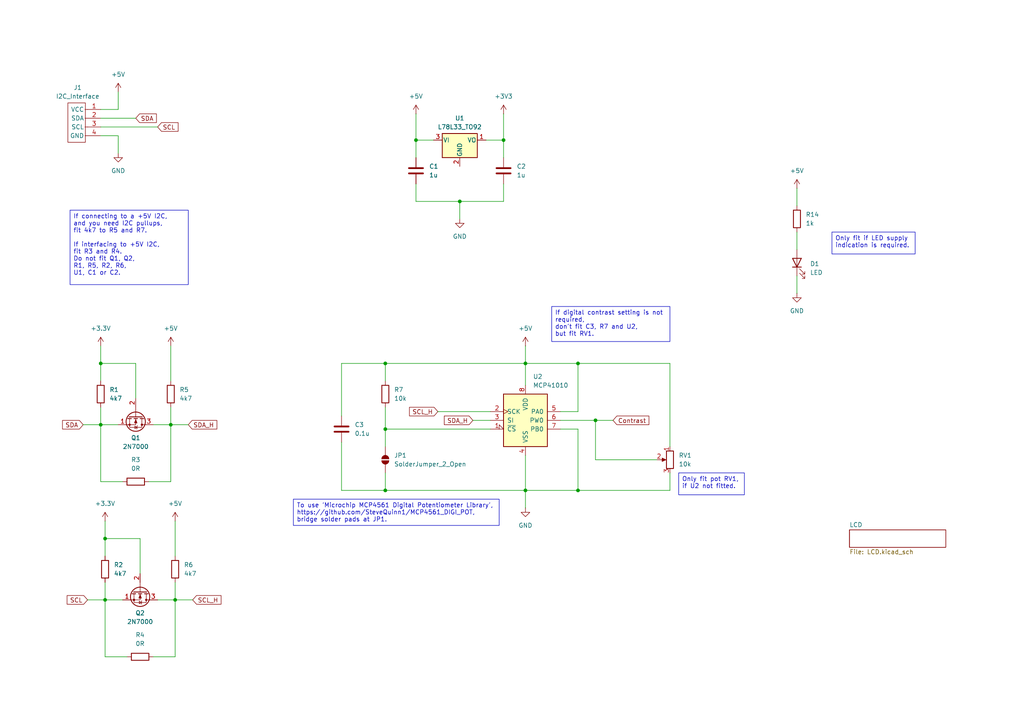
<source format=kicad_sch>
(kicad_sch (version 20231120) (generator "eeschema") (generator_version "8.0")
  (paper "A4")
  (lib_symbols
    (symbol "Device:C" (pin_numbers hide) (pin_names (offset 0.254))
      (property "Reference" "C" (at 0.635 2.54 0))
      (property "Value" "C" (at 0.635 -2.54 0))
      (symbol "C_0_1"
        (polyline (pts (xy -2.032 -0.762) (xy 2.032 -0.762)) (stroke (width 0.508)))
        (polyline (pts (xy -2.032 0.762) (xy 2.032 0.762)) (stroke (width 0.508)))
      )
      (symbol "C_1_1"
        (pin passive line (at 0 3.81 270) (length 2.794) (name "~") (number "1"))
        (pin passive line (at 0 -3.81 90) (length 2.794) (name "~") (number "2"))
      )
    )
    (symbol "Device:LED" (pin_numbers hide) (pin_names (offset 1.016) hide)
      (property "Reference" "D" (at 0 2.54 0))
      (property "Value" "LED" (at 0 -2.54 0))
      (symbol "LED_0_1"
        (polyline (pts (xy -1.27 -1.27) (xy -1.27 1.27)) (stroke (width 0.254)))
        (polyline (pts (xy -1.27 0) (xy 1.27 0)))
        (polyline (pts (xy 1.27 -1.27) (xy 1.27 1.27) (xy -1.27 0) (xy 1.27 -1.27)) (stroke (width 0.254)))
        (polyline (pts (xy -3.048 -0.762) (xy -4.572 -2.286) (xy -3.81 -2.286) (xy -4.572 -2.286) (xy -4.572 -1.524)))
        (polyline (pts (xy -1.778 -0.762) (xy -3.302 -2.286) (xy -2.54 -2.286) (xy -3.302 -2.286) (xy -3.302 -1.524)))
      )
      (symbol "LED_1_1"
        (pin passive line (at -3.81 0 0) (length 2.54) (name "K") (number "1"))
        (pin passive line (at 3.81 0 180) (length 2.54) (name "A") (number "2"))
      )
    )
    (symbol "Device:R" (pin_numbers hide) (pin_names (offset 0))
      (property "Reference" "R" (at 2.032 0 90))
      (property "Value" "R" (at 0 0 90))
      (symbol "R_0_1"
        (rectangle (start -1.016 -2.54) (end 1.016 2.54) (stroke (width 0.254)))
      )
      (symbol "R_1_1"
        (pin passive line (at 0 3.81 270) (length 1.27) (name "~") (number "1"))
        (pin passive line (at 0 -3.81 90) (length 1.27) (name "~") (number "2"))
      )
    )
    (symbol "Device:R_Potentiometer" (pin_names (offset 1.016) hide)
      (property "Reference" "RV" (at -4.445 0 90))
      (property "Value" "R_Potentiometer" (at -2.54 0 90))
      (symbol "R_Potentiometer_0_1"
        (polyline (pts (xy 2.54 0) (xy 1.524 0)))
        (polyline (pts (xy 1.143 0) (xy 2.286 0.508) (xy 2.286 -0.508) (xy 1.143 0)) (fill (type outline)))
        (rectangle (start 1.016 2.54) (end -1.016 -2.54) (stroke (width 0.254)))
      )
      (symbol "R_Potentiometer_1_1"
        (pin passive line (at 0 3.81 270) (length 1.27) (name "1") (number "1"))
        (pin passive line (at 3.81 0 180) (length 1.27) (name "2") (number "2"))
        (pin passive line (at 0 -3.81 90) (length 1.27) (name "3") (number "3"))
      )
    )
    (symbol "Jumper:SolderJumper_2_Open" (pin_numbers hide) (pin_names (offset 0) hide) (exclude_from_sim yes) (in_bom no)
      (property "Reference" "JP" (at 0 2.032 0))
      (property "Value" "SolderJumper_2_Open" (at 0 -2.54 0))
      (symbol "SolderJumper_2_Open_0_1"
        (arc (start -0.254 1.016) (mid -1.2656 0) (end -0.254 -1.016))
        (arc (start -0.254 1.016) (mid -1.2656 0) (end -0.254 -1.016) (fill (type outline)))
        (polyline (pts (xy -0.254 1.016) (xy -0.254 -1.016)))
        (polyline (pts (xy 0.254 1.016) (xy 0.254 -1.016)))
        (arc (start 0.254 -1.016) (mid 1.2656 0) (end 0.254 1.016))
        (arc (start 0.254 -1.016) (mid 1.2656 0) (end 0.254 1.016) (fill (type outline)))
      )
      (symbol "SolderJumper_2_Open_1_1"
        (pin passive line (at -3.81 0 0) (length 2.54) (name "A") (number "1"))
        (pin passive line (at 3.81 0 180) (length 2.54) (name "B") (number "2"))
      )
    )
    (symbol "My_Parts:I2C_Interface" (pin_names (offset 1.016))
      (property "Reference" "J" (at 0 5.715 0))
      (property "Value" "I2C_Interface" (at 0 -8.255 0))
      (symbol "I2C_Interface_0_1"
        (polyline (pts (xy -0.635 4.445) (xy 4.445 4.445) (xy 4.445 -6.985) (xy -0.635 -6.985) (xy -0.635 4.445)) (stroke (width 0.1524)))
      )
      (symbol "I2C_Interface_1_1"
        (polyline (pts (xy -1.27 -5.08) (xy -0.508 -5.08)) (stroke (width 0.1524)))
        (polyline (pts (xy -1.27 -2.54) (xy -0.508 -2.54)) (stroke (width 0.1524)))
        (polyline (pts (xy -1.27 0) (xy -0.508 0)) (stroke (width 0.1524)))
        (polyline (pts (xy -1.27 2.54) (xy -0.508 2.54)) (stroke (width 0.1524)))
        (pin power_in line (at -5.08 2.54 0) (length 3.81) (name "VCC") (number "1"))
        (pin power_in line (at -5.08 0 0) (length 3.81) (name "SDA") (number "2"))
        (pin passive line (at -5.08 -2.54 0) (length 3.81) (name "SCL") (number "3"))
        (pin passive line (at -5.08 -5.08 0) (length 3.81) (name "GND") (number "4"))
      )
    )
    (symbol "Potentiometer_Digital:MCP41010" (pin_names (offset 1.016))
      (property "Reference" "U" (at -6.35 8.89 0))
      (property "Value" "MCP41010" (at 1.27 8.89 0))
      (symbol "MCP41010_0_1"
        (rectangle (start -6.35 7.62) (end 6.35 -7.62) (stroke (width 0.254)) (fill (type background)))
      )
      (symbol "MCP41010_1_1"
        (pin input input_low (at -10.16 -2.54 0) (length 3.81) (name "~{CS}") (number "1"))
        (pin passive clock (at -10.16 2.54 0) (length 3.81) (name "SCK") (number "2"))
        (pin input line (at -10.16 0 0) (length 3.81) (name "SI") (number "3"))
        (pin power_in line (at 0 -10.16 90) (length 2.54) (name "VSS") (number "4"))
        (pin passive line (at 10.16 2.54 180) (length 3.81) (name "PA0") (number "5"))
        (pin passive line (at 10.16 0 180) (length 3.81) (name "PW0") (number "6"))
        (pin passive line (at 10.16 -2.54 180) (length 3.81) (name "PB0") (number "7"))
        (pin power_in line (at 0 10.16 270) (length 2.54) (name "VDD") (number "8"))
      )
    )
    (symbol "Regulator_Linear:L78L33_TO92" (pin_names (offset 0.254))
      (property "Reference" "U" (at -3.81 3.175 0))
      (property "Value" "L78L33_TO92" (at 0 3.175 0))
      (symbol "L78L33_TO92_0_1"
        (rectangle (start -5.08 -5.08) (end 5.08 1.905) (stroke (width 0.254)) (fill (type background)))
      )
      (symbol "L78L33_TO92_1_1"
        (pin power_out line (at 7.62 0 180) (length 2.54) (name "VO") (number "1"))
        (pin power_in line (at 0 -7.62 90) (length 2.54) (name "GND") (number "2"))
        (pin power_in line (at -7.62 0 0) (length 2.54) (name "VI") (number "3"))
      )
    )
    (symbol "Transistor_FET:2N7000" (pin_names hide)
      (property "Reference" "Q" (at 5.08 1.905 0))
      (property "Value" "2N7000" (at 5.08 0 0))
      (symbol "2N7000_0_1"
        (polyline (pts (xy 0.254 0) (xy -2.54 0)))
        (polyline (pts (xy 0.254 1.905) (xy 0.254 -1.905)) (stroke (width 0.254)))
        (polyline (pts (xy 0.762 -1.27) (xy 0.762 -2.286)) (stroke (width 0.254)))
        (polyline (pts (xy 0.762 0.508) (xy 0.762 -0.508)) (stroke (width 0.254)))
        (polyline (pts (xy 0.762 2.286) (xy 0.762 1.27)) (stroke (width 0.254)))
        (polyline (pts (xy 2.54 2.54) (xy 2.54 1.778)))
        (polyline (pts (xy 2.54 -2.54) (xy 2.54 0) (xy 0.762 0)))
        (polyline (pts (xy 0.762 -1.778) (xy 3.302 -1.778) (xy 3.302 1.778) (xy 0.762 1.778)))
        (polyline (pts (xy 1.016 0) (xy 2.032 0.381) (xy 2.032 -0.381) (xy 1.016 0)) (fill (type outline)))
        (polyline (pts (xy 2.794 0.508) (xy 2.921 0.381) (xy 3.683 0.381) (xy 3.81 0.254)))
        (polyline (pts (xy 3.302 0.381) (xy 2.921 -0.254) (xy 3.683 -0.254) (xy 3.302 0.381)))
        (circle (center 1.651 0) (radius 2.794) (stroke (width 0.254)))
        (circle (center 2.54 -1.778) (radius 0.254) (fill (type outline)))
        (circle (center 2.54 1.778) (radius 0.254) (fill (type outline)))
      )
      (symbol "2N7000_1_1"
        (pin passive line (at 2.54 -5.08 90) (length 2.54) (name "S") (number "1"))
        (pin input line (at -5.08 0 0) (length 2.54) (name "G") (number "2"))
        (pin passive line (at 2.54 5.08 270) (length 2.54) (name "D") (number "3"))
      )
    )
    (symbol "power:+3.3V" (power) (pin_numbers hide) (pin_names (offset 0) hide)
      (property "Value" "+3.3V" (at 0 3.556 0))
      (symbol "+3.3V_0_1"
        (polyline (pts (xy -0.762 1.27) (xy 0 2.54)))
        (polyline (pts (xy 0 0) (xy 0 2.54)))
        (polyline (pts (xy 0 2.54) (xy 0.762 1.27)))
      )
      (symbol "+3.3V_1_1"
        (pin power_in line (at 0 0 90) (length 0) (name "~") (number "1"))
      )
    )
    (symbol "power:+3V3" (power) (pin_numbers hide) (pin_names (offset 0) hide)
      (property "Value" "+3V3" (at 0 3.556 0))
      (symbol "+3V3_0_1"
        (polyline (pts (xy -0.762 1.27) (xy 0 2.54)))
        (polyline (pts (xy 0 0) (xy 0 2.54)))
        (polyline (pts (xy 0 2.54) (xy 0.762 1.27)))
      )
      (symbol "+3V3_1_1"
        (pin power_in line (at 0 0 90) (length 0) (name "~") (number "1"))
      )
    )
    (symbol "power:+5V" (power) (pin_numbers hide) (pin_names (offset 0) hide)
      (property "Value" "+5V" (at 0 3.556 0))
      (symbol "+5V_0_1"
        (polyline (pts (xy -0.762 1.27) (xy 0 2.54)))
        (polyline (pts (xy 0 0) (xy 0 2.54)))
        (polyline (pts (xy 0 2.54) (xy 0.762 1.27)))
      )
      (symbol "+5V_1_1"
        (pin power_in line (at 0 0 90) (length 0) (name "~") (number "1"))
      )
    )
    (symbol "power:GND" (power) (pin_numbers hide) (pin_names (offset 0) hide)
      (property "Value" "GND" (at 0 -3.81 0))
      (symbol "GND_0_1"
        (polyline (pts (xy 0 0) (xy 0 -1.27) (xy 1.27 -1.27) (xy 0 -2.54) (xy -1.27 -1.27) (xy 0 -1.27)))
      )
      (symbol "GND_1_1"
        (pin power_in line (at 0 0 270) (length 0) (name "~") (number "1"))
      )
    )
  )
  (junction (at 29.21 105.41))
  (junction (at 111.76 142.24))
  (junction (at 152.4 142.24))
  (junction (at 152.4 105.41))
  (junction (at 172.72 121.92))
  (junction (at 50.8 173.99))
  (junction (at 111.76 124.46))
  (junction (at 167.64 105.41))
  (junction (at 29.21 123.19))
  (junction (at 120.65 40.64))
  (junction (at 49.53 123.19))
  (junction (at 30.48 173.99))
  (junction (at 133.35 58.42))
  (junction (at 167.64 142.24))
  (junction (at 111.76 105.41))
  (junction (at 30.48 156.21))
  (junction (at 146.05 40.64))
  (wire (pts (xy 167.64 119.38) (xy 167.64 105.41)))
  (wire (pts (xy 127 119.38) (xy 142.24 119.38)))
  (wire (pts (xy 172.72 121.92) (xy 172.72 133.35)))
  (wire (pts (xy 30.48 151.13) (xy 30.48 156.21)))
  (wire (pts (xy 111.76 124.46) (xy 111.76 118.11)))
  (wire (pts (xy 146.05 53.34) (xy 146.05 58.42)))
  (wire (pts (xy 194.31 129.54) (xy 194.31 105.41)))
  (wire (pts (xy 172.72 121.92) (xy 177.8 121.92)))
  (wire (pts (xy 35.56 173.99) (xy 30.48 173.99)))
  (wire (pts (xy 162.56 124.46) (xy 167.64 124.46)))
  (wire (pts (xy 34.29 44.45) (xy 34.29 39.37)))
  (wire (pts (xy 25.4 173.99) (xy 30.48 173.99)))
  (wire (pts (xy 111.76 124.46) (xy 111.76 129.54)))
  (wire (pts (xy 231.14 67.31) (xy 231.14 72.39)))
  (wire (pts (xy 194.31 137.16) (xy 194.31 142.24)))
  (wire (pts (xy 30.48 173.99) (xy 30.48 168.91)))
  (wire (pts (xy 231.14 80.01) (xy 231.14 85.09)))
  (wire (pts (xy 111.76 110.49) (xy 111.76 105.41)))
  (wire (pts (xy 40.64 156.21) (xy 40.64 166.37)))
  (wire (pts (xy 152.4 105.41) (xy 167.64 105.41)))
  (wire (pts (xy 50.8 151.13) (xy 50.8 161.29)))
  (wire (pts (xy 146.05 40.64) (xy 146.05 45.72)))
  (wire (pts (xy 120.65 58.42) (xy 133.35 58.42)))
  (wire (pts (xy 194.31 142.24) (xy 167.64 142.24)))
  (wire (pts (xy 29.21 105.41) (xy 39.37 105.41)))
  (wire (pts (xy 120.65 45.72) (xy 120.65 40.64)))
  (wire (pts (xy 49.53 123.19) (xy 54.61 123.19)))
  (wire (pts (xy 50.8 173.99) (xy 50.8 168.91)))
  (wire (pts (xy 29.21 36.83) (xy 45.72 36.83)))
  (wire (pts (xy 35.56 139.7) (xy 29.21 139.7)))
  (wire (pts (xy 111.76 142.24) (xy 152.4 142.24)))
  (wire (pts (xy 49.53 123.19) (xy 49.53 118.11)))
  (wire (pts (xy 30.48 156.21) (xy 40.64 156.21)))
  (wire (pts (xy 44.45 123.19) (xy 49.53 123.19)))
  (wire (pts (xy 49.53 139.7) (xy 49.53 123.19)))
  (wire (pts (xy 152.4 142.24) (xy 167.64 142.24)))
  (wire (pts (xy 29.21 34.29) (xy 39.37 34.29)))
  (wire (pts (xy 45.72 173.99) (xy 50.8 173.99)))
  (wire (pts (xy 167.64 124.46) (xy 167.64 142.24)))
  (wire (pts (xy 152.4 142.24) (xy 152.4 147.32)))
  (wire (pts (xy 44.45 190.5) (xy 50.8 190.5)))
  (wire (pts (xy 152.4 100.33) (xy 152.4 105.41)))
  (wire (pts (xy 29.21 31.75) (xy 34.29 31.75)))
  (wire (pts (xy 120.65 33.02) (xy 120.65 40.64)))
  (wire (pts (xy 34.29 31.75) (xy 34.29 26.67)))
  (wire (pts (xy 29.21 139.7) (xy 29.21 123.19)))
  (wire (pts (xy 30.48 190.5) (xy 30.48 173.99)))
  (wire (pts (xy 133.35 58.42) (xy 146.05 58.42)))
  (wire (pts (xy 152.4 105.41) (xy 152.4 111.76)))
  (wire (pts (xy 194.31 105.41) (xy 167.64 105.41)))
  (wire (pts (xy 133.35 63.5) (xy 133.35 58.42)))
  (wire (pts (xy 34.29 123.19) (xy 29.21 123.19)))
  (wire (pts (xy 152.4 132.08) (xy 152.4 142.24)))
  (wire (pts (xy 162.56 119.38) (xy 167.64 119.38)))
  (wire (pts (xy 162.56 121.92) (xy 172.72 121.92)))
  (wire (pts (xy 190.5 133.35) (xy 172.72 133.35)))
  (wire (pts (xy 49.53 100.33) (xy 49.53 110.49)))
  (wire (pts (xy 146.05 33.02) (xy 146.05 40.64)))
  (wire (pts (xy 39.37 105.41) (xy 39.37 115.57)))
  (wire (pts (xy 120.65 40.64) (xy 125.73 40.64)))
  (wire (pts (xy 29.21 100.33) (xy 29.21 105.41)))
  (wire (pts (xy 99.06 120.65) (xy 99.06 105.41)))
  (wire (pts (xy 30.48 161.29) (xy 30.48 156.21)))
  (wire (pts (xy 50.8 173.99) (xy 55.88 173.99)))
  (wire (pts (xy 99.06 128.27) (xy 99.06 142.24)))
  (wire (pts (xy 29.21 110.49) (xy 29.21 105.41)))
  (wire (pts (xy 34.29 39.37) (xy 29.21 39.37)))
  (wire (pts (xy 29.21 123.19) (xy 29.21 118.11)))
  (wire (pts (xy 111.76 124.46) (xy 142.24 124.46)))
  (wire (pts (xy 231.14 54.61) (xy 231.14 59.69)))
  (wire (pts (xy 137.16 121.92) (xy 142.24 121.92)))
  (wire (pts (xy 36.83 190.5) (xy 30.48 190.5)))
  (wire (pts (xy 111.76 137.16) (xy 111.76 142.24)))
  (wire (pts (xy 24.13 123.19) (xy 29.21 123.19)))
  (wire (pts (xy 111.76 105.41) (xy 152.4 105.41)))
  (wire (pts (xy 99.06 105.41) (xy 111.76 105.41)))
  (wire (pts (xy 140.97 40.64) (xy 146.05 40.64)))
  (wire (pts (xy 120.65 53.34) (xy 120.65 58.42)))
  (wire (pts (xy 99.06 142.24) (xy 111.76 142.24)))
  (wire (pts (xy 50.8 190.5) (xy 50.8 173.99)))
  (wire (pts (xy 43.18 139.7) (xy 49.53 139.7)))
  (text_box "If digital contrast setting is not required, \ndon't fit C3, R7 and U2, \nbut fit RV1." (at 160.02 88.9 0) (size 34.29 10.16) (effects (font (size 1.27 1.27)) (justify left top)))
  (text_box "Only fit if LED supply \nindication is required." (at 241.3 67.31 0) (size 24.13 6.35) (effects (font (size 1.27 1.27)) (justify left top)))
  (text_box "To use 'Microchip MCP4561 Digital Potentiometer Library', \nhttps://github.com/SteveQuinn1/MCP4561_DIGI_POT, \nbridge solder pads at JP1." (at 85.09 144.78 0) (size 59.69 7.62) (effects (font (size 1.27 1.27)) (justify left top)))
  (text_box "Only fit pot RV1, \nif U2 not fitted." (at 196.85 137.16 0) (size 19.05 6.35) (effects (font (size 1.27 1.27)) (justify left top)))
  (text_box "If connecting to a +5V I2C, \nand you need I2C pullups, \nfit 4k7 to R5 and R7.\n\nIf interfacing to +5V I2C, \nfit R3 and R4. \nDo not fit Q1, Q2, \nR1, R5, R2, R6, \nU1, C1 or C2.\n" (at 20.32 60.96 0) (size 34.29 21.59) (effects (font (size 1.27 1.27)) (justify left top)))
  (global_label "SCL" (shape input) (at 45.72 36.83 0) (property "Intersheetrefs" "${INTERSHEET_REFS}" (effects (hide yes))))
  (global_label "SDA" (shape input) (at 39.37 34.29 0) (property "Intersheetrefs" "${INTERSHEET_REFS}" (effects (hide yes))))
  (global_label "SCL" (shape input) (at 25.4 173.99 180) (property "Intersheetrefs" "${INTERSHEET_REFS}" (effects (hide yes))))
  (global_label "SDA" (shape input) (at 24.13 123.19 180) (property "Intersheetrefs" "${INTERSHEET_REFS}" (effects (hide yes))))
  (global_label "SCL_H" (shape input) (at 55.88 173.99 0) (property "Intersheetrefs" "${INTERSHEET_REFS}" (effects (hide yes))))
  (global_label "SDA_H" (shape input) (at 54.61 123.19 0) (property "Intersheetrefs" "${INTERSHEET_REFS}" (effects (hide yes))))
  (global_label "SCL_H" (shape input) (at 127 119.38 180) (property "Intersheetrefs" "${INTERSHEET_REFS}" (effects (hide yes))))
  (global_label "SDA_H" (shape input) (at 137.16 121.92 180) (property "Intersheetrefs" "${INTERSHEET_REFS}" (effects (hide yes))))
  (global_label "Contrast" (shape input) (at 177.8 121.92 0) (property "Intersheetrefs" "${INTERSHEET_REFS}" (effects (hide yes))))
  (symbol (lib_id "Device:C") (at 99.06 124.46 0) (unit 1)
    (property "Reference" "C3" (at 102.87 123.1899 0) (effects (justify left)))
    (property "Value" "0.1u" (at 102.87 125.7299 0) (effects (justify left)))
    (property "Footprint" "My_Misc:C_Disc_D3.0mm_W1.6mm_P2.50mm_larg" (effects (hide yes)))
    (property "Description" "Unpolarized capacitor" (effects (hide yes)))
  )
  (symbol (lib_id "Device:R") (at 30.48 165.1 0) (unit 1)
    (property "Reference" "R2" (at 33.02 163.8299 0) (effects (justify left)))
    (property "Value" "4k7" (at 33.02 166.3699 0) (effects (justify left)))
    (property "Footprint" "My_Misc:R_Axial_DIN0207_L6.3mm_D2.5mm_P10.16mm_Horizontal_large" (effects (hide yes)))
    (property "Description" "Resistor" (effects (hide yes)))
  )
  (symbol (lib_id "power:+5V") (at 49.53 100.33 0) (unit 1)
    (property "Reference" "#PWR05" (effects (hide yes)))
    (property "Value" "+5V" (at 49.53 95.25 0))
    (property "Description" "Power symbol creates a global label with name \"+5V\"" (effects (hide yes)))
  )
  (symbol (lib_id "power:+3V3") (at 146.05 33.02 0) (unit 1)
    (property "Reference" "#PWR08" (effects (hide yes)))
    (property "Value" "+3V3" (at 146.05 27.94 0))
    (property "Description" "Power symbol creates a global label with name \"+3V3\"" (effects (hide yes)))
  )
  (symbol (lib_id "power:+3.3V") (at 30.48 151.13 0) (unit 1)
    (property "Reference" "#PWR02" (effects (hide yes)))
    (property "Value" "+3.3V" (at 30.48 146.05 0))
    (property "Description" "Power symbol creates a global label with name \"+3.3V\"" (effects (hide yes)))
  )
  (symbol (lib_id "Jumper:SolderJumper_2_Open") (at 111.76 133.35 90) (unit 1) (exclude_from_sim yes) (in_bom no)
    (property "Reference" "JP1" (at 114.3 132.0799 90) (effects (justify right)))
    (property "Value" "SolderJumper_2_Open" (at 114.3 134.6199 90) (effects (justify right)))
    (property "Footprint" "Jumper:SolderJumper-2_P1.3mm_Open_Pad1.0x1.5mm" (effects (hide yes)))
    (property "Description" "Solder Jumper, 2-pole, open" (effects (hide yes)))
  )
  (symbol (lib_id "Device:R") (at 111.76 114.3 0) (unit 1)
    (property "Reference" "R7" (at 114.3 113.0299 0) (effects (justify left)))
    (property "Value" "10k" (at 114.3 115.5699 0) (effects (justify left)))
    (property "Footprint" "My_Misc:R_Axial_DIN0207_L6.3mm_D2.5mm_P10.16mm_Horizontal_large" (effects (hide yes)))
    (property "Description" "Resistor" (effects (hide yes)))
  )
  (symbol (lib_id "power:+5V") (at 120.65 33.02 0) (unit 1)
    (property "Reference" "#PWR07" (effects (hide yes)))
    (property "Value" "+5V" (at 120.65 27.94 0))
    (property "Description" "Power symbol creates a global label with name \"+5V\"" (effects (hide yes)))
  )
  (symbol (lib_id "power:GND") (at 34.29 44.45 0) (unit 1)
    (property "Reference" "#PWR04" (effects (hide yes)))
    (property "Value" "GND" (at 34.29 49.53 0))
    (property "Description" "Power symbol creates a global label with name \"GND\" , ground" (effects (hide yes)))
  )
  (symbol (lib_id "power:GND") (at 152.4 147.32 0) (unit 1)
    (property "Reference" "#PWR011" (effects (hide yes)))
    (property "Value" "GND" (at 152.4 152.4 0))
    (property "Description" "Power symbol creates a global label with name \"GND\" , ground" (effects (hide yes)))
  )
  (symbol (lib_id "power:GND") (at 133.35 63.5 0) (unit 1)
    (property "Reference" "#PWR09" (effects (hide yes)))
    (property "Value" "GND" (at 133.35 68.58 0))
    (property "Description" "Power symbol creates a global label with name \"GND\" , ground" (effects (hide yes)))
  )
  (symbol (lib_id "Regulator_Linear:L78L33_TO92") (at 133.35 40.64 0) (unit 1)
    (property "Reference" "U1" (at 133.35 34.29 0))
    (property "Value" "L78L33_TO92" (at 133.35 36.83 0))
    (property "Footprint" "Package_TO_SOT_THT:TO-92_Inline" (effects (hide yes)))
    (property "Datasheet" "http://www.st.com/content/ccc/resource/technical/document/datasheet/15/55/e5/aa/23/5b/43/fd/CD00000446.pdf/files/CD00000446.pdf/jcr:content/translations/en.CD00000446.pdf" (effects (hide yes)))
    (property "Description" "Positive 100mA 30V Linear Regulator, Fixed Output 3.3V, TO-92" (effects (hide yes)))
  )
  (symbol (lib_id "power:+5V") (at 231.14 54.61 0) (unit 1)
    (property "Reference" "#PWR020" (effects (hide yes)))
    (property "Value" "+5V" (at 231.14 49.53 0))
    (property "Description" "Power symbol creates a global label with name \"+5V\"" (effects (hide yes)))
  )
  (symbol (lib_id "power:+5V") (at 50.8 151.13 0) (unit 1)
    (property "Reference" "#PWR06" (effects (hide yes)))
    (property "Value" "+5V" (at 50.8 146.05 0))
    (property "Description" "Power symbol creates a global label with name \"+5V\"" (effects (hide yes)))
  )
  (symbol (lib_id "Device:R") (at 29.21 114.3 0) (unit 1)
    (property "Reference" "R1" (at 31.75 113.0299 0) (effects (justify left)))
    (property "Value" "4k7" (at 31.75 115.5699 0) (effects (justify left)))
    (property "Footprint" "My_Misc:R_Axial_DIN0207_L6.3mm_D2.5mm_P10.16mm_Horizontal_large" (effects (hide yes)))
    (property "Description" "Resistor" (effects (hide yes)))
  )
  (symbol (lib_id "Device:C") (at 120.65 49.53 0) (unit 1)
    (property "Reference" "C1" (at 124.46 48.2599 0) (effects (justify left)))
    (property "Value" "1u" (at 124.46 50.7999 0) (effects (justify left)))
    (property "Footprint" "My_Misc:C_Disc_D3.0mm_W1.6mm_P2.50mm_larg" (effects (hide yes)))
    (property "Description" "Unpolarized capacitor" (effects (hide yes)))
  )
  (symbol (lib_id "Transistor_FET:2N7000") (at 40.64 171.45 270) (unit 1)
    (property "Reference" "Q2" (at 40.64 177.8 90))
    (property "Value" "2N7000" (at 40.64 180.34 90))
    (property "Footprint" "Package_TO_SOT_THT:TO-92_Inline" (effects (hide yes)))
    (property "Datasheet" "https://www.vishay.com/docs/70226/70226.pdf" (effects (hide yes)))
    (property "Description" "0.2A Id, 200V Vds, N-Channel MOSFET, 2.6V Logic Level, TO-92" (effects (hide yes)))
  )
  (symbol (lib_id "Device:R") (at 49.53 114.3 0) (unit 1)
    (property "Reference" "R5" (at 52.07 113.0299 0) (effects (justify left)))
    (property "Value" "4k7" (at 52.07 115.5699 0) (effects (justify left)))
    (property "Footprint" "My_Misc:R_Axial_DIN0207_L6.3mm_D2.5mm_P10.16mm_Horizontal_large" (effects (hide yes)))
    (property "Description" "Resistor" (effects (hide yes)))
  )
  (symbol (lib_id "My_Parts:I2C_Interface") (at 24.13 34.29 0) (mirror y) (unit 1)
    (property "Reference" "J1" (at 22.5425 25.4 0))
    (property "Value" "I2C_Interface" (at 22.5425 27.94 0))
    (property "Footprint" "My_Headers:4-pin JST I2C" (effects (hide yes)))
    (property "Description" "4-pin I2C Interface" (effects (hide yes)))
  )
  (symbol (lib_id "Device:R_Potentiometer") (at 194.31 133.35 0) (mirror y) (unit 1)
    (property "Reference" "RV1" (at 196.85 132.0799 0) (effects (justify right)))
    (property "Value" "10k" (at 196.85 134.6199 0) (effects (justify right)))
    (property "Footprint" "My_Misc:Potentiometer_Bourns_3339P_Vertical_large" (effects (hide yes)))
    (property "Description" "Potentiometer" (effects (hide yes)))
  )
  (symbol (lib_id "Device:C") (at 146.05 49.53 0) (unit 1)
    (property "Reference" "C2" (at 149.86 48.2599 0) (effects (justify left)))
    (property "Value" "1u" (at 149.86 50.7999 0) (effects (justify left)))
    (property "Footprint" "My_Misc:C_Disc_D3.0mm_W1.6mm_P2.50mm_larg" (effects (hide yes)))
    (property "Description" "Unpolarized capacitor" (effects (hide yes)))
  )
  (symbol (lib_id "Transistor_FET:2N7000") (at 39.37 120.65 270) (unit 1)
    (property "Reference" "Q1" (at 39.37 127 90))
    (property "Value" "2N7000" (at 39.37 129.54 90))
    (property "Footprint" "Package_TO_SOT_THT:TO-92_Inline" (effects (hide yes)))
    (property "Datasheet" "https://www.vishay.com/docs/70226/70226.pdf" (effects (hide yes)))
    (property "Description" "0.2A Id, 200V Vds, N-Channel MOSFET, 2.6V Logic Level, TO-92" (effects (hide yes)))
  )
  (symbol (lib_id "power:+5V") (at 34.29 26.67 0) (unit 1)
    (property "Reference" "#PWR03" (effects (hide yes)))
    (property "Value" "+5V" (at 34.29 21.59 0))
    (property "Description" "Power symbol creates a global label with name \"+5V\"" (effects (hide yes)))
  )
  (symbol (lib_id "Device:LED") (at 231.14 76.2 90) (unit 1)
    (property "Reference" "D1" (at 234.95 76.5174 90) (effects (justify right)))
    (property "Value" "LED" (at 234.95 79.0574 90) (effects (justify right)))
    (property "Footprint" "My_Misc:LED_D5.0mm_large" (effects (hide yes)))
    (property "Description" "Light emitting diode" (effects (hide yes)))
  )
  (symbol (lib_id "Device:R") (at 39.37 139.7 90) (unit 1)
    (property "Reference" "R3" (at 39.37 133.35 90))
    (property "Value" "0R" (at 39.37 135.89 90))
    (property "Footprint" "My_Misc:R_Axial_DIN0207_L6.3mm_D2.5mm_P10.16mm_Horizontal_large" (effects (hide yes)))
    (property "Description" "Resistor" (effects (hide yes)))
  )
  (symbol (lib_id "power:GND") (at 231.14 85.09 0) (unit 1)
    (property "Reference" "#PWR019" (effects (hide yes)))
    (property "Value" "GND" (at 231.14 90.17 0))
    (property "Description" "Power symbol creates a global label with name \"GND\" , ground" (effects (hide yes)))
  )
  (symbol (lib_id "power:+5V") (at 152.4 100.33 0) (unit 1)
    (property "Reference" "#PWR010" (effects (hide yes)))
    (property "Value" "+5V" (at 152.4 95.25 0))
    (property "Description" "Power symbol creates a global label with name \"+5V\"" (effects (hide yes)))
  )
  (symbol (lib_id "Device:R") (at 50.8 165.1 0) (unit 1)
    (property "Reference" "R6" (at 53.34 163.8299 0) (effects (justify left)))
    (property "Value" "4k7" (at 53.34 166.3699 0) (effects (justify left)))
    (property "Footprint" "My_Misc:R_Axial_DIN0207_L6.3mm_D2.5mm_P10.16mm_Horizontal_large" (effects (hide yes)))
    (property "Description" "Resistor" (effects (hide yes)))
  )
  (symbol (lib_id "Device:R") (at 231.14 63.5 0) (unit 1)
    (property "Reference" "R14" (at 233.68 62.2299 0) (effects (justify left)))
    (property "Value" "1k" (at 233.68 64.7699 0) (effects (justify left)))
    (property "Footprint" "My_Misc:R_Axial_DIN0207_L6.3mm_D2.5mm_P10.16mm_Horizontal_large" (effects (hide yes)))
    (property "Description" "Resistor" (effects (hide yes)))
  )
  (symbol (lib_id "power:+3.3V") (at 29.21 100.33 0) (unit 1)
    (property "Reference" "#PWR01" (effects (hide yes)))
    (property "Value" "+3.3V" (at 29.21 95.25 0))
    (property "Description" "Power symbol creates a global label with name \"+3.3V\"" (effects (hide yes)))
  )
  (symbol (lib_id "Device:R") (at 40.64 190.5 90) (unit 1)
    (property "Reference" "R4" (at 40.64 184.15 90))
    (property "Value" "0R" (at 40.64 186.69 90))
    (property "Footprint" "My_Misc:R_Axial_DIN0207_L6.3mm_D2.5mm_P10.16mm_Horizontal_large" (effects (hide yes)))
    (property "Description" "Resistor" (effects (hide yes)))
  )
  (symbol (lib_id "Potentiometer_Digital:MCP41010") (at 152.4 121.92 0) (unit 1)
    (property "Reference" "U2" (at 154.5941 109.22 0) (effects (justify left)))
    (property "Value" "MCP41010" (at 154.5941 111.76 0) (effects (justify left)))
    (property "Footprint" "My_Misc:DIP-8_W7.62mm_Socket_w_dip_packet_LongPads" (effects (hide yes)))
    (property "Datasheet" "http://ww1.microchip.com/downloads/en/DeviceDoc/11195c.pdf" (effects (hide yes)))
    (property "Description" "Single Digital Potentiometer, SPI interface, 256 taps, 10 kohm" (effects (hide yes)))
  )
  (sheet (at 246.38 153.67) (size 27.94 5.08) (stroke (width 0.1524))
    (property "Sheetname" "LCD" (at 246.38 152.9584 0) (effects (justify left bottom)))
    (property "Sheetfile" "LCD.kicad_sch" (at 246.38 159.3346 0) (effects (justify left top)))
  )
)
</source>
